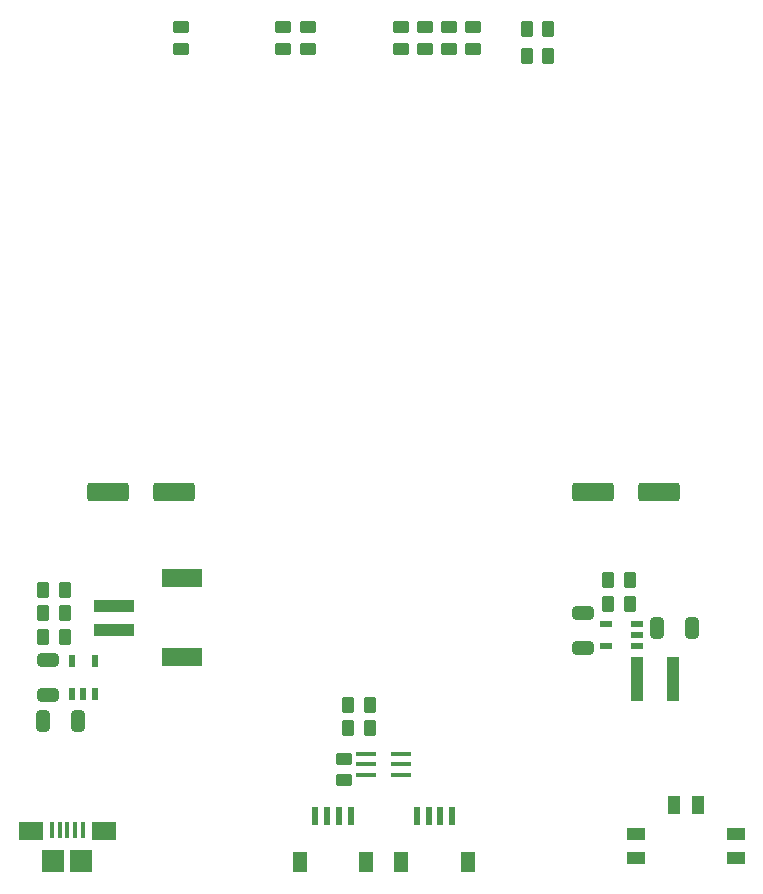
<source format=gbr>
%TF.GenerationSoftware,KiCad,Pcbnew,9.0.3*%
%TF.CreationDate,2025-08-22T11:29:55-04:00*%
%TF.ProjectId,roversa2,726f7665-7273-4613-922e-6b696361645f,rev?*%
%TF.SameCoordinates,Original*%
%TF.FileFunction,Paste,Bot*%
%TF.FilePolarity,Positive*%
%FSLAX46Y46*%
G04 Gerber Fmt 4.6, Leading zero omitted, Abs format (unit mm)*
G04 Created by KiCad (PCBNEW 9.0.3) date 2025-08-22 11:29:55*
%MOMM*%
%LPD*%
G01*
G04 APERTURE LIST*
G04 Aperture macros list*
%AMRoundRect*
0 Rectangle with rounded corners*
0 $1 Rounding radius*
0 $2 $3 $4 $5 $6 $7 $8 $9 X,Y pos of 4 corners*
0 Add a 4 corners polygon primitive as box body*
4,1,4,$2,$3,$4,$5,$6,$7,$8,$9,$2,$3,0*
0 Add four circle primitives for the rounded corners*
1,1,$1+$1,$2,$3*
1,1,$1+$1,$4,$5*
1,1,$1+$1,$6,$7*
1,1,$1+$1,$8,$9*
0 Add four rect primitives between the rounded corners*
20,1,$1+$1,$2,$3,$4,$5,0*
20,1,$1+$1,$4,$5,$6,$7,0*
20,1,$1+$1,$6,$7,$8,$9,0*
20,1,$1+$1,$8,$9,$2,$3,0*%
G04 Aperture macros list end*
%ADD10RoundRect,0.250000X-0.262500X-0.450000X0.262500X-0.450000X0.262500X0.450000X-0.262500X0.450000X0*%
%ADD11R,1.200000X1.800000*%
%ADD12R,0.600000X1.550000*%
%ADD13RoundRect,0.250000X0.262500X0.450000X-0.262500X0.450000X-0.262500X-0.450000X0.262500X-0.450000X0*%
%ADD14RoundRect,0.250000X-0.450000X0.262500X-0.450000X-0.262500X0.450000X-0.262500X0.450000X0.262500X0*%
%ADD15R,1.100000X0.600000*%
%ADD16R,1.100000X3.700000*%
%ADD17RoundRect,0.250000X0.325000X0.650000X-0.325000X0.650000X-0.325000X-0.650000X0.325000X-0.650000X0*%
%ADD18R,1.800000X0.450000*%
%ADD19R,1.500000X1.000000*%
%ADD20R,1.000000X1.500000*%
%ADD21RoundRect,0.250000X-1.500000X-0.550000X1.500000X-0.550000X1.500000X0.550000X-1.500000X0.550000X0*%
%ADD22R,2.100000X1.600000*%
%ADD23R,1.900000X1.900000*%
%ADD24RoundRect,0.100000X0.100000X0.575000X-0.100000X0.575000X-0.100000X-0.575000X0.100000X-0.575000X0*%
%ADD25RoundRect,0.250000X0.650000X-0.325000X0.650000X0.325000X-0.650000X0.325000X-0.650000X-0.325000X0*%
%ADD26RoundRect,0.250000X-0.650000X0.325000X-0.650000X-0.325000X0.650000X-0.325000X0.650000X0.325000X0*%
%ADD27R,0.600000X1.100000*%
%ADD28R,3.400000X1.500000*%
%ADD29R,3.500000X1.000000*%
G04 APERTURE END LIST*
D10*
%TO.C,R9*%
X111990500Y-79613000D03*
X113815500Y-79613000D03*
%TD*%
D11*
%TO.C,J4*%
X106972800Y-147844000D03*
X101372800Y-147844000D03*
D12*
X105672800Y-143969000D03*
X104672800Y-143969000D03*
X103672800Y-143969000D03*
X102672800Y-143969000D03*
%TD*%
D10*
%TO.C,R7*%
X71046900Y-128778000D03*
X72871900Y-128778000D03*
%TD*%
D13*
%TO.C,R6*%
X72871900Y-124841000D03*
X71046900Y-124841000D03*
%TD*%
D14*
%TO.C,R13*%
X101346000Y-77176500D03*
X101346000Y-79001500D03*
%TD*%
D13*
%TO.C,R5*%
X72871900Y-126746000D03*
X71046900Y-126746000D03*
%TD*%
D14*
%TO.C,R10*%
X82677000Y-77176500D03*
X82677000Y-79001500D03*
%TD*%
D15*
%TO.C,U1*%
X121288200Y-127675600D03*
X121288200Y-128625600D03*
X121288200Y-129575600D03*
X118688200Y-129575600D03*
X118688200Y-127675600D03*
%TD*%
D16*
%TO.C,L1*%
X121358400Y-132308600D03*
X124358400Y-132308600D03*
%TD*%
D17*
%TO.C,C4*%
X73992000Y-135890000D03*
X71042000Y-135890000D03*
%TD*%
D10*
%TO.C,R8*%
X111990500Y-77327000D03*
X113815500Y-77327000D03*
%TD*%
D18*
%TO.C,D1*%
X101372800Y-138732800D03*
X101372800Y-139582800D03*
X101372800Y-140432800D03*
X98372800Y-140432800D03*
X98372800Y-139582800D03*
X98372800Y-138732800D03*
%TD*%
D13*
%TO.C,R2*%
X120722900Y-123926600D03*
X118897900Y-123926600D03*
%TD*%
D19*
%TO.C,SW1*%
X121222800Y-147500000D03*
X121222800Y-145500000D03*
X129722800Y-147500000D03*
X129722800Y-145500000D03*
D20*
X124472800Y-143000000D03*
X126472800Y-143000000D03*
%TD*%
D21*
%TO.C,C11*%
X117597800Y-116509800D03*
X123197800Y-116509800D03*
%TD*%
D13*
%TO.C,R17*%
X98677100Y-136524000D03*
X96852100Y-136524000D03*
%TD*%
D14*
%TO.C,R4*%
X96500000Y-139087500D03*
X96500000Y-140912500D03*
%TD*%
D22*
%TO.C,J1*%
X76172800Y-145221900D03*
D23*
X74272800Y-147771900D03*
X71872800Y-147771900D03*
D22*
X69972800Y-145221900D03*
D24*
X74372800Y-145096900D03*
X73722800Y-145096900D03*
X73072800Y-145096900D03*
X72422800Y-145096900D03*
X71772800Y-145096900D03*
%TD*%
D21*
%TO.C,C10*%
X76547800Y-116509800D03*
X82147800Y-116509800D03*
%TD*%
D25*
%TO.C,C1*%
X116762400Y-129719600D03*
X116762400Y-126769600D03*
%TD*%
D26*
%TO.C,C3*%
X71426000Y-130717500D03*
X71426000Y-133667500D03*
%TD*%
D14*
%TO.C,R12*%
X93472000Y-77176500D03*
X93472000Y-79001500D03*
%TD*%
D10*
%TO.C,R3*%
X96852100Y-134517400D03*
X98677100Y-134517400D03*
%TD*%
D27*
%TO.C,U2*%
X75392000Y-133587000D03*
X74442000Y-133587000D03*
X73492000Y-133587000D03*
X73492000Y-130787000D03*
X75392000Y-130787000D03*
%TD*%
D14*
%TO.C,R15*%
X105410000Y-77176500D03*
X105410000Y-79001500D03*
%TD*%
D28*
%TO.C,J2*%
X82753200Y-130505200D03*
X82753200Y-123805200D03*
D29*
X77003200Y-128155200D03*
X77003200Y-126155200D03*
%TD*%
D11*
%TO.C,J3*%
X98372800Y-147844000D03*
X92772800Y-147844000D03*
D12*
X97072800Y-143969000D03*
X96072800Y-143969000D03*
X95072800Y-143969000D03*
X94072800Y-143969000D03*
%TD*%
D14*
%TO.C,R16*%
X107442000Y-77176500D03*
X107442000Y-79001500D03*
%TD*%
%TO.C,R14*%
X103378000Y-77176500D03*
X103378000Y-79001500D03*
%TD*%
D17*
%TO.C,C2*%
X125984400Y-127990600D03*
X123034400Y-127990600D03*
%TD*%
D14*
%TO.C,R11*%
X91313000Y-77176500D03*
X91313000Y-79001500D03*
%TD*%
D13*
%TO.C,R1*%
X120722900Y-125958600D03*
X118897900Y-125958600D03*
%TD*%
M02*

</source>
